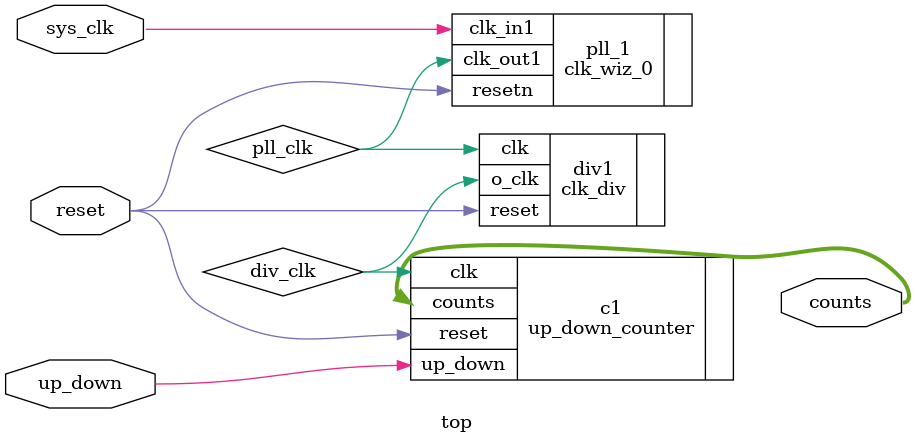
<source format=v>
module top #(parameter width = 8 , parameter target_freq = 1)(
	input sys_clk , reset,up_down,
	output [width-1:0]counts
);
	wire pll_clk ,div_clk ;
	clk_div #(.in_freq(7_000_000),.terget_freq(target_freq))
	 div1 (.reset(reset),
	.clk(pll_clk),
	.o_clk(div_clk));
	up_down_counter #(.width(8)) 
	c1(.clk(div_clk),
	.up_down(up_down),
	.reset(reset),
	.counts(counts));
	
	 clk_wiz_0 pll_1
      (
       // Clock out ports
       .clk_out1(pll_clk),     // output clk_out1
       // Status and control signals
       .resetn(reset), // input resetn
      // Clock in ports
       .clk_in1(sys_clk));      // input clk_in1
endmodule
</source>
